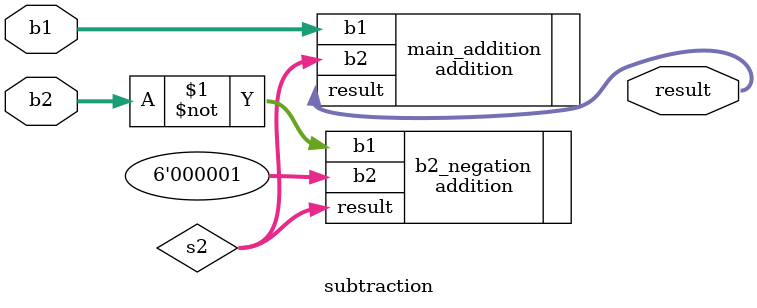
<source format=sv>
`timescale 1ns / 1ps


module subtraction #(parameter n = 6)(
    input   logic [n - 1 : 0] b1,
    input   logic [n - 1 : 0] b2, 
    output  logic [n - 1 : 0] result
);

    logic [n - 1 : 0] s2;


    addition b2_negation(
        .b1(~b2), 
        .b2({{(n-1){1'b0}}, 1'b1}), 
        .result(s2)
    );
    
    addition main_addition(
        .b1(b1), 
        .b2(s2), 
        .result(result)
    );

endmodule
</source>
